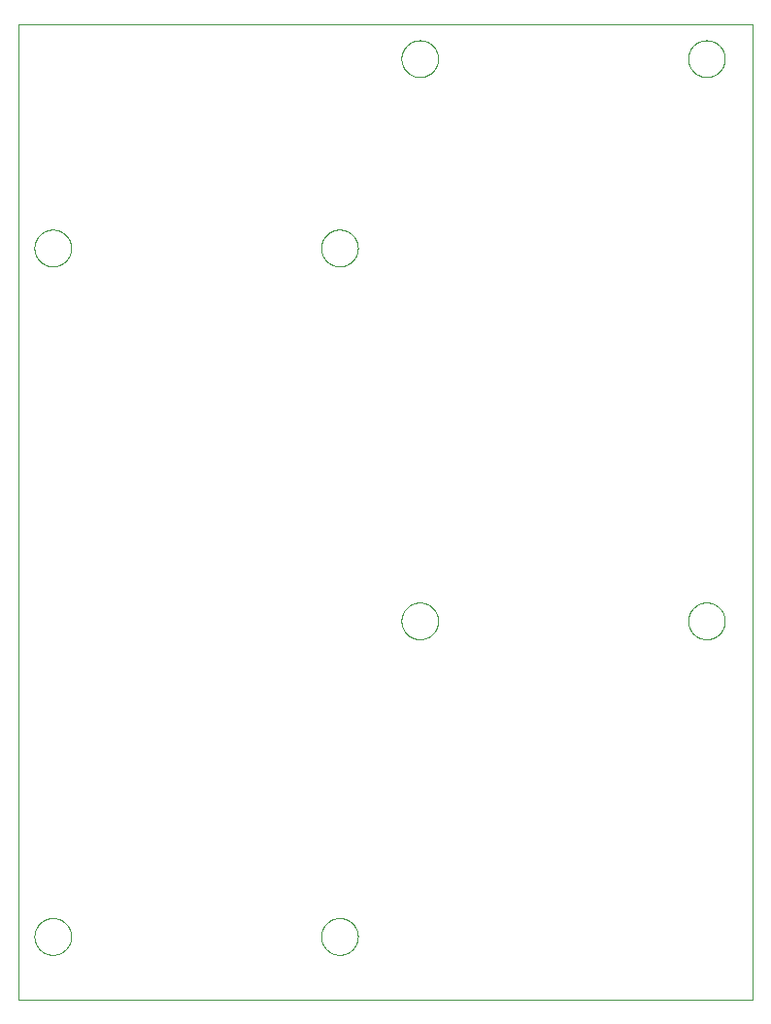
<source format=gbo>
G75*
%MOIN*%
%OFA0B0*%
%FSLAX25Y25*%
%IPPOS*%
%LPD*%
%AMOC8*
5,1,8,0,0,1.08239X$1,22.5*
%
%ADD10C,0.00000*%
D10*
X0001000Y0001000D02*
X0001000Y0335646D01*
X0252969Y0335646D01*
X0252969Y0001000D01*
X0001000Y0001000D01*
X0006512Y0022654D02*
X0006514Y0022812D01*
X0006520Y0022970D01*
X0006530Y0023128D01*
X0006544Y0023286D01*
X0006562Y0023443D01*
X0006583Y0023600D01*
X0006609Y0023756D01*
X0006639Y0023912D01*
X0006672Y0024067D01*
X0006710Y0024220D01*
X0006751Y0024373D01*
X0006796Y0024525D01*
X0006845Y0024676D01*
X0006898Y0024825D01*
X0006954Y0024973D01*
X0007014Y0025119D01*
X0007078Y0025264D01*
X0007146Y0025407D01*
X0007217Y0025549D01*
X0007291Y0025689D01*
X0007369Y0025826D01*
X0007451Y0025962D01*
X0007535Y0026096D01*
X0007624Y0026227D01*
X0007715Y0026356D01*
X0007810Y0026483D01*
X0007907Y0026608D01*
X0008008Y0026730D01*
X0008112Y0026849D01*
X0008219Y0026966D01*
X0008329Y0027080D01*
X0008442Y0027191D01*
X0008557Y0027300D01*
X0008675Y0027405D01*
X0008796Y0027507D01*
X0008919Y0027607D01*
X0009045Y0027703D01*
X0009173Y0027796D01*
X0009303Y0027886D01*
X0009436Y0027972D01*
X0009571Y0028056D01*
X0009707Y0028135D01*
X0009846Y0028212D01*
X0009987Y0028284D01*
X0010129Y0028354D01*
X0010273Y0028419D01*
X0010419Y0028481D01*
X0010566Y0028539D01*
X0010715Y0028594D01*
X0010865Y0028645D01*
X0011016Y0028692D01*
X0011168Y0028735D01*
X0011321Y0028774D01*
X0011476Y0028810D01*
X0011631Y0028841D01*
X0011787Y0028869D01*
X0011943Y0028893D01*
X0012100Y0028913D01*
X0012258Y0028929D01*
X0012415Y0028941D01*
X0012574Y0028949D01*
X0012732Y0028953D01*
X0012890Y0028953D01*
X0013048Y0028949D01*
X0013207Y0028941D01*
X0013364Y0028929D01*
X0013522Y0028913D01*
X0013679Y0028893D01*
X0013835Y0028869D01*
X0013991Y0028841D01*
X0014146Y0028810D01*
X0014301Y0028774D01*
X0014454Y0028735D01*
X0014606Y0028692D01*
X0014757Y0028645D01*
X0014907Y0028594D01*
X0015056Y0028539D01*
X0015203Y0028481D01*
X0015349Y0028419D01*
X0015493Y0028354D01*
X0015635Y0028284D01*
X0015776Y0028212D01*
X0015915Y0028135D01*
X0016051Y0028056D01*
X0016186Y0027972D01*
X0016319Y0027886D01*
X0016449Y0027796D01*
X0016577Y0027703D01*
X0016703Y0027607D01*
X0016826Y0027507D01*
X0016947Y0027405D01*
X0017065Y0027300D01*
X0017180Y0027191D01*
X0017293Y0027080D01*
X0017403Y0026966D01*
X0017510Y0026849D01*
X0017614Y0026730D01*
X0017715Y0026608D01*
X0017812Y0026483D01*
X0017907Y0026356D01*
X0017998Y0026227D01*
X0018087Y0026096D01*
X0018171Y0025962D01*
X0018253Y0025826D01*
X0018331Y0025689D01*
X0018405Y0025549D01*
X0018476Y0025407D01*
X0018544Y0025264D01*
X0018608Y0025119D01*
X0018668Y0024973D01*
X0018724Y0024825D01*
X0018777Y0024676D01*
X0018826Y0024525D01*
X0018871Y0024373D01*
X0018912Y0024220D01*
X0018950Y0024067D01*
X0018983Y0023912D01*
X0019013Y0023756D01*
X0019039Y0023600D01*
X0019060Y0023443D01*
X0019078Y0023286D01*
X0019092Y0023128D01*
X0019102Y0022970D01*
X0019108Y0022812D01*
X0019110Y0022654D01*
X0019108Y0022496D01*
X0019102Y0022338D01*
X0019092Y0022180D01*
X0019078Y0022022D01*
X0019060Y0021865D01*
X0019039Y0021708D01*
X0019013Y0021552D01*
X0018983Y0021396D01*
X0018950Y0021241D01*
X0018912Y0021088D01*
X0018871Y0020935D01*
X0018826Y0020783D01*
X0018777Y0020632D01*
X0018724Y0020483D01*
X0018668Y0020335D01*
X0018608Y0020189D01*
X0018544Y0020044D01*
X0018476Y0019901D01*
X0018405Y0019759D01*
X0018331Y0019619D01*
X0018253Y0019482D01*
X0018171Y0019346D01*
X0018087Y0019212D01*
X0017998Y0019081D01*
X0017907Y0018952D01*
X0017812Y0018825D01*
X0017715Y0018700D01*
X0017614Y0018578D01*
X0017510Y0018459D01*
X0017403Y0018342D01*
X0017293Y0018228D01*
X0017180Y0018117D01*
X0017065Y0018008D01*
X0016947Y0017903D01*
X0016826Y0017801D01*
X0016703Y0017701D01*
X0016577Y0017605D01*
X0016449Y0017512D01*
X0016319Y0017422D01*
X0016186Y0017336D01*
X0016051Y0017252D01*
X0015915Y0017173D01*
X0015776Y0017096D01*
X0015635Y0017024D01*
X0015493Y0016954D01*
X0015349Y0016889D01*
X0015203Y0016827D01*
X0015056Y0016769D01*
X0014907Y0016714D01*
X0014757Y0016663D01*
X0014606Y0016616D01*
X0014454Y0016573D01*
X0014301Y0016534D01*
X0014146Y0016498D01*
X0013991Y0016467D01*
X0013835Y0016439D01*
X0013679Y0016415D01*
X0013522Y0016395D01*
X0013364Y0016379D01*
X0013207Y0016367D01*
X0013048Y0016359D01*
X0012890Y0016355D01*
X0012732Y0016355D01*
X0012574Y0016359D01*
X0012415Y0016367D01*
X0012258Y0016379D01*
X0012100Y0016395D01*
X0011943Y0016415D01*
X0011787Y0016439D01*
X0011631Y0016467D01*
X0011476Y0016498D01*
X0011321Y0016534D01*
X0011168Y0016573D01*
X0011016Y0016616D01*
X0010865Y0016663D01*
X0010715Y0016714D01*
X0010566Y0016769D01*
X0010419Y0016827D01*
X0010273Y0016889D01*
X0010129Y0016954D01*
X0009987Y0017024D01*
X0009846Y0017096D01*
X0009707Y0017173D01*
X0009571Y0017252D01*
X0009436Y0017336D01*
X0009303Y0017422D01*
X0009173Y0017512D01*
X0009045Y0017605D01*
X0008919Y0017701D01*
X0008796Y0017801D01*
X0008675Y0017903D01*
X0008557Y0018008D01*
X0008442Y0018117D01*
X0008329Y0018228D01*
X0008219Y0018342D01*
X0008112Y0018459D01*
X0008008Y0018578D01*
X0007907Y0018700D01*
X0007810Y0018825D01*
X0007715Y0018952D01*
X0007624Y0019081D01*
X0007535Y0019212D01*
X0007451Y0019346D01*
X0007369Y0019482D01*
X0007291Y0019619D01*
X0007217Y0019759D01*
X0007146Y0019901D01*
X0007078Y0020044D01*
X0007014Y0020189D01*
X0006954Y0020335D01*
X0006898Y0020483D01*
X0006845Y0020632D01*
X0006796Y0020783D01*
X0006751Y0020935D01*
X0006710Y0021088D01*
X0006672Y0021241D01*
X0006639Y0021396D01*
X0006609Y0021552D01*
X0006583Y0021708D01*
X0006562Y0021865D01*
X0006544Y0022022D01*
X0006530Y0022180D01*
X0006520Y0022338D01*
X0006514Y0022496D01*
X0006512Y0022654D01*
X0104937Y0022654D02*
X0104939Y0022812D01*
X0104945Y0022970D01*
X0104955Y0023128D01*
X0104969Y0023286D01*
X0104987Y0023443D01*
X0105008Y0023600D01*
X0105034Y0023756D01*
X0105064Y0023912D01*
X0105097Y0024067D01*
X0105135Y0024220D01*
X0105176Y0024373D01*
X0105221Y0024525D01*
X0105270Y0024676D01*
X0105323Y0024825D01*
X0105379Y0024973D01*
X0105439Y0025119D01*
X0105503Y0025264D01*
X0105571Y0025407D01*
X0105642Y0025549D01*
X0105716Y0025689D01*
X0105794Y0025826D01*
X0105876Y0025962D01*
X0105960Y0026096D01*
X0106049Y0026227D01*
X0106140Y0026356D01*
X0106235Y0026483D01*
X0106332Y0026608D01*
X0106433Y0026730D01*
X0106537Y0026849D01*
X0106644Y0026966D01*
X0106754Y0027080D01*
X0106867Y0027191D01*
X0106982Y0027300D01*
X0107100Y0027405D01*
X0107221Y0027507D01*
X0107344Y0027607D01*
X0107470Y0027703D01*
X0107598Y0027796D01*
X0107728Y0027886D01*
X0107861Y0027972D01*
X0107996Y0028056D01*
X0108132Y0028135D01*
X0108271Y0028212D01*
X0108412Y0028284D01*
X0108554Y0028354D01*
X0108698Y0028419D01*
X0108844Y0028481D01*
X0108991Y0028539D01*
X0109140Y0028594D01*
X0109290Y0028645D01*
X0109441Y0028692D01*
X0109593Y0028735D01*
X0109746Y0028774D01*
X0109901Y0028810D01*
X0110056Y0028841D01*
X0110212Y0028869D01*
X0110368Y0028893D01*
X0110525Y0028913D01*
X0110683Y0028929D01*
X0110840Y0028941D01*
X0110999Y0028949D01*
X0111157Y0028953D01*
X0111315Y0028953D01*
X0111473Y0028949D01*
X0111632Y0028941D01*
X0111789Y0028929D01*
X0111947Y0028913D01*
X0112104Y0028893D01*
X0112260Y0028869D01*
X0112416Y0028841D01*
X0112571Y0028810D01*
X0112726Y0028774D01*
X0112879Y0028735D01*
X0113031Y0028692D01*
X0113182Y0028645D01*
X0113332Y0028594D01*
X0113481Y0028539D01*
X0113628Y0028481D01*
X0113774Y0028419D01*
X0113918Y0028354D01*
X0114060Y0028284D01*
X0114201Y0028212D01*
X0114340Y0028135D01*
X0114476Y0028056D01*
X0114611Y0027972D01*
X0114744Y0027886D01*
X0114874Y0027796D01*
X0115002Y0027703D01*
X0115128Y0027607D01*
X0115251Y0027507D01*
X0115372Y0027405D01*
X0115490Y0027300D01*
X0115605Y0027191D01*
X0115718Y0027080D01*
X0115828Y0026966D01*
X0115935Y0026849D01*
X0116039Y0026730D01*
X0116140Y0026608D01*
X0116237Y0026483D01*
X0116332Y0026356D01*
X0116423Y0026227D01*
X0116512Y0026096D01*
X0116596Y0025962D01*
X0116678Y0025826D01*
X0116756Y0025689D01*
X0116830Y0025549D01*
X0116901Y0025407D01*
X0116969Y0025264D01*
X0117033Y0025119D01*
X0117093Y0024973D01*
X0117149Y0024825D01*
X0117202Y0024676D01*
X0117251Y0024525D01*
X0117296Y0024373D01*
X0117337Y0024220D01*
X0117375Y0024067D01*
X0117408Y0023912D01*
X0117438Y0023756D01*
X0117464Y0023600D01*
X0117485Y0023443D01*
X0117503Y0023286D01*
X0117517Y0023128D01*
X0117527Y0022970D01*
X0117533Y0022812D01*
X0117535Y0022654D01*
X0117533Y0022496D01*
X0117527Y0022338D01*
X0117517Y0022180D01*
X0117503Y0022022D01*
X0117485Y0021865D01*
X0117464Y0021708D01*
X0117438Y0021552D01*
X0117408Y0021396D01*
X0117375Y0021241D01*
X0117337Y0021088D01*
X0117296Y0020935D01*
X0117251Y0020783D01*
X0117202Y0020632D01*
X0117149Y0020483D01*
X0117093Y0020335D01*
X0117033Y0020189D01*
X0116969Y0020044D01*
X0116901Y0019901D01*
X0116830Y0019759D01*
X0116756Y0019619D01*
X0116678Y0019482D01*
X0116596Y0019346D01*
X0116512Y0019212D01*
X0116423Y0019081D01*
X0116332Y0018952D01*
X0116237Y0018825D01*
X0116140Y0018700D01*
X0116039Y0018578D01*
X0115935Y0018459D01*
X0115828Y0018342D01*
X0115718Y0018228D01*
X0115605Y0018117D01*
X0115490Y0018008D01*
X0115372Y0017903D01*
X0115251Y0017801D01*
X0115128Y0017701D01*
X0115002Y0017605D01*
X0114874Y0017512D01*
X0114744Y0017422D01*
X0114611Y0017336D01*
X0114476Y0017252D01*
X0114340Y0017173D01*
X0114201Y0017096D01*
X0114060Y0017024D01*
X0113918Y0016954D01*
X0113774Y0016889D01*
X0113628Y0016827D01*
X0113481Y0016769D01*
X0113332Y0016714D01*
X0113182Y0016663D01*
X0113031Y0016616D01*
X0112879Y0016573D01*
X0112726Y0016534D01*
X0112571Y0016498D01*
X0112416Y0016467D01*
X0112260Y0016439D01*
X0112104Y0016415D01*
X0111947Y0016395D01*
X0111789Y0016379D01*
X0111632Y0016367D01*
X0111473Y0016359D01*
X0111315Y0016355D01*
X0111157Y0016355D01*
X0110999Y0016359D01*
X0110840Y0016367D01*
X0110683Y0016379D01*
X0110525Y0016395D01*
X0110368Y0016415D01*
X0110212Y0016439D01*
X0110056Y0016467D01*
X0109901Y0016498D01*
X0109746Y0016534D01*
X0109593Y0016573D01*
X0109441Y0016616D01*
X0109290Y0016663D01*
X0109140Y0016714D01*
X0108991Y0016769D01*
X0108844Y0016827D01*
X0108698Y0016889D01*
X0108554Y0016954D01*
X0108412Y0017024D01*
X0108271Y0017096D01*
X0108132Y0017173D01*
X0107996Y0017252D01*
X0107861Y0017336D01*
X0107728Y0017422D01*
X0107598Y0017512D01*
X0107470Y0017605D01*
X0107344Y0017701D01*
X0107221Y0017801D01*
X0107100Y0017903D01*
X0106982Y0018008D01*
X0106867Y0018117D01*
X0106754Y0018228D01*
X0106644Y0018342D01*
X0106537Y0018459D01*
X0106433Y0018578D01*
X0106332Y0018700D01*
X0106235Y0018825D01*
X0106140Y0018952D01*
X0106049Y0019081D01*
X0105960Y0019212D01*
X0105876Y0019346D01*
X0105794Y0019482D01*
X0105716Y0019619D01*
X0105642Y0019759D01*
X0105571Y0019901D01*
X0105503Y0020044D01*
X0105439Y0020189D01*
X0105379Y0020335D01*
X0105323Y0020483D01*
X0105270Y0020632D01*
X0105221Y0020783D01*
X0105176Y0020935D01*
X0105135Y0021088D01*
X0105097Y0021241D01*
X0105064Y0021396D01*
X0105034Y0021552D01*
X0105008Y0021708D01*
X0104987Y0021865D01*
X0104969Y0022022D01*
X0104955Y0022180D01*
X0104945Y0022338D01*
X0104939Y0022496D01*
X0104937Y0022654D01*
X0132496Y0130921D02*
X0132498Y0131079D01*
X0132504Y0131237D01*
X0132514Y0131395D01*
X0132528Y0131553D01*
X0132546Y0131710D01*
X0132567Y0131867D01*
X0132593Y0132023D01*
X0132623Y0132179D01*
X0132656Y0132334D01*
X0132694Y0132487D01*
X0132735Y0132640D01*
X0132780Y0132792D01*
X0132829Y0132943D01*
X0132882Y0133092D01*
X0132938Y0133240D01*
X0132998Y0133386D01*
X0133062Y0133531D01*
X0133130Y0133674D01*
X0133201Y0133816D01*
X0133275Y0133956D01*
X0133353Y0134093D01*
X0133435Y0134229D01*
X0133519Y0134363D01*
X0133608Y0134494D01*
X0133699Y0134623D01*
X0133794Y0134750D01*
X0133891Y0134875D01*
X0133992Y0134997D01*
X0134096Y0135116D01*
X0134203Y0135233D01*
X0134313Y0135347D01*
X0134426Y0135458D01*
X0134541Y0135567D01*
X0134659Y0135672D01*
X0134780Y0135774D01*
X0134903Y0135874D01*
X0135029Y0135970D01*
X0135157Y0136063D01*
X0135287Y0136153D01*
X0135420Y0136239D01*
X0135555Y0136323D01*
X0135691Y0136402D01*
X0135830Y0136479D01*
X0135971Y0136551D01*
X0136113Y0136621D01*
X0136257Y0136686D01*
X0136403Y0136748D01*
X0136550Y0136806D01*
X0136699Y0136861D01*
X0136849Y0136912D01*
X0137000Y0136959D01*
X0137152Y0137002D01*
X0137305Y0137041D01*
X0137460Y0137077D01*
X0137615Y0137108D01*
X0137771Y0137136D01*
X0137927Y0137160D01*
X0138084Y0137180D01*
X0138242Y0137196D01*
X0138399Y0137208D01*
X0138558Y0137216D01*
X0138716Y0137220D01*
X0138874Y0137220D01*
X0139032Y0137216D01*
X0139191Y0137208D01*
X0139348Y0137196D01*
X0139506Y0137180D01*
X0139663Y0137160D01*
X0139819Y0137136D01*
X0139975Y0137108D01*
X0140130Y0137077D01*
X0140285Y0137041D01*
X0140438Y0137002D01*
X0140590Y0136959D01*
X0140741Y0136912D01*
X0140891Y0136861D01*
X0141040Y0136806D01*
X0141187Y0136748D01*
X0141333Y0136686D01*
X0141477Y0136621D01*
X0141619Y0136551D01*
X0141760Y0136479D01*
X0141899Y0136402D01*
X0142035Y0136323D01*
X0142170Y0136239D01*
X0142303Y0136153D01*
X0142433Y0136063D01*
X0142561Y0135970D01*
X0142687Y0135874D01*
X0142810Y0135774D01*
X0142931Y0135672D01*
X0143049Y0135567D01*
X0143164Y0135458D01*
X0143277Y0135347D01*
X0143387Y0135233D01*
X0143494Y0135116D01*
X0143598Y0134997D01*
X0143699Y0134875D01*
X0143796Y0134750D01*
X0143891Y0134623D01*
X0143982Y0134494D01*
X0144071Y0134363D01*
X0144155Y0134229D01*
X0144237Y0134093D01*
X0144315Y0133956D01*
X0144389Y0133816D01*
X0144460Y0133674D01*
X0144528Y0133531D01*
X0144592Y0133386D01*
X0144652Y0133240D01*
X0144708Y0133092D01*
X0144761Y0132943D01*
X0144810Y0132792D01*
X0144855Y0132640D01*
X0144896Y0132487D01*
X0144934Y0132334D01*
X0144967Y0132179D01*
X0144997Y0132023D01*
X0145023Y0131867D01*
X0145044Y0131710D01*
X0145062Y0131553D01*
X0145076Y0131395D01*
X0145086Y0131237D01*
X0145092Y0131079D01*
X0145094Y0130921D01*
X0145092Y0130763D01*
X0145086Y0130605D01*
X0145076Y0130447D01*
X0145062Y0130289D01*
X0145044Y0130132D01*
X0145023Y0129975D01*
X0144997Y0129819D01*
X0144967Y0129663D01*
X0144934Y0129508D01*
X0144896Y0129355D01*
X0144855Y0129202D01*
X0144810Y0129050D01*
X0144761Y0128899D01*
X0144708Y0128750D01*
X0144652Y0128602D01*
X0144592Y0128456D01*
X0144528Y0128311D01*
X0144460Y0128168D01*
X0144389Y0128026D01*
X0144315Y0127886D01*
X0144237Y0127749D01*
X0144155Y0127613D01*
X0144071Y0127479D01*
X0143982Y0127348D01*
X0143891Y0127219D01*
X0143796Y0127092D01*
X0143699Y0126967D01*
X0143598Y0126845D01*
X0143494Y0126726D01*
X0143387Y0126609D01*
X0143277Y0126495D01*
X0143164Y0126384D01*
X0143049Y0126275D01*
X0142931Y0126170D01*
X0142810Y0126068D01*
X0142687Y0125968D01*
X0142561Y0125872D01*
X0142433Y0125779D01*
X0142303Y0125689D01*
X0142170Y0125603D01*
X0142035Y0125519D01*
X0141899Y0125440D01*
X0141760Y0125363D01*
X0141619Y0125291D01*
X0141477Y0125221D01*
X0141333Y0125156D01*
X0141187Y0125094D01*
X0141040Y0125036D01*
X0140891Y0124981D01*
X0140741Y0124930D01*
X0140590Y0124883D01*
X0140438Y0124840D01*
X0140285Y0124801D01*
X0140130Y0124765D01*
X0139975Y0124734D01*
X0139819Y0124706D01*
X0139663Y0124682D01*
X0139506Y0124662D01*
X0139348Y0124646D01*
X0139191Y0124634D01*
X0139032Y0124626D01*
X0138874Y0124622D01*
X0138716Y0124622D01*
X0138558Y0124626D01*
X0138399Y0124634D01*
X0138242Y0124646D01*
X0138084Y0124662D01*
X0137927Y0124682D01*
X0137771Y0124706D01*
X0137615Y0124734D01*
X0137460Y0124765D01*
X0137305Y0124801D01*
X0137152Y0124840D01*
X0137000Y0124883D01*
X0136849Y0124930D01*
X0136699Y0124981D01*
X0136550Y0125036D01*
X0136403Y0125094D01*
X0136257Y0125156D01*
X0136113Y0125221D01*
X0135971Y0125291D01*
X0135830Y0125363D01*
X0135691Y0125440D01*
X0135555Y0125519D01*
X0135420Y0125603D01*
X0135287Y0125689D01*
X0135157Y0125779D01*
X0135029Y0125872D01*
X0134903Y0125968D01*
X0134780Y0126068D01*
X0134659Y0126170D01*
X0134541Y0126275D01*
X0134426Y0126384D01*
X0134313Y0126495D01*
X0134203Y0126609D01*
X0134096Y0126726D01*
X0133992Y0126845D01*
X0133891Y0126967D01*
X0133794Y0127092D01*
X0133699Y0127219D01*
X0133608Y0127348D01*
X0133519Y0127479D01*
X0133435Y0127613D01*
X0133353Y0127749D01*
X0133275Y0127886D01*
X0133201Y0128026D01*
X0133130Y0128168D01*
X0133062Y0128311D01*
X0132998Y0128456D01*
X0132938Y0128602D01*
X0132882Y0128750D01*
X0132829Y0128899D01*
X0132780Y0129050D01*
X0132735Y0129202D01*
X0132694Y0129355D01*
X0132656Y0129508D01*
X0132623Y0129663D01*
X0132593Y0129819D01*
X0132567Y0129975D01*
X0132546Y0130132D01*
X0132528Y0130289D01*
X0132514Y0130447D01*
X0132504Y0130605D01*
X0132498Y0130763D01*
X0132496Y0130921D01*
X0104937Y0258874D02*
X0104939Y0259032D01*
X0104945Y0259190D01*
X0104955Y0259348D01*
X0104969Y0259506D01*
X0104987Y0259663D01*
X0105008Y0259820D01*
X0105034Y0259976D01*
X0105064Y0260132D01*
X0105097Y0260287D01*
X0105135Y0260440D01*
X0105176Y0260593D01*
X0105221Y0260745D01*
X0105270Y0260896D01*
X0105323Y0261045D01*
X0105379Y0261193D01*
X0105439Y0261339D01*
X0105503Y0261484D01*
X0105571Y0261627D01*
X0105642Y0261769D01*
X0105716Y0261909D01*
X0105794Y0262046D01*
X0105876Y0262182D01*
X0105960Y0262316D01*
X0106049Y0262447D01*
X0106140Y0262576D01*
X0106235Y0262703D01*
X0106332Y0262828D01*
X0106433Y0262950D01*
X0106537Y0263069D01*
X0106644Y0263186D01*
X0106754Y0263300D01*
X0106867Y0263411D01*
X0106982Y0263520D01*
X0107100Y0263625D01*
X0107221Y0263727D01*
X0107344Y0263827D01*
X0107470Y0263923D01*
X0107598Y0264016D01*
X0107728Y0264106D01*
X0107861Y0264192D01*
X0107996Y0264276D01*
X0108132Y0264355D01*
X0108271Y0264432D01*
X0108412Y0264504D01*
X0108554Y0264574D01*
X0108698Y0264639D01*
X0108844Y0264701D01*
X0108991Y0264759D01*
X0109140Y0264814D01*
X0109290Y0264865D01*
X0109441Y0264912D01*
X0109593Y0264955D01*
X0109746Y0264994D01*
X0109901Y0265030D01*
X0110056Y0265061D01*
X0110212Y0265089D01*
X0110368Y0265113D01*
X0110525Y0265133D01*
X0110683Y0265149D01*
X0110840Y0265161D01*
X0110999Y0265169D01*
X0111157Y0265173D01*
X0111315Y0265173D01*
X0111473Y0265169D01*
X0111632Y0265161D01*
X0111789Y0265149D01*
X0111947Y0265133D01*
X0112104Y0265113D01*
X0112260Y0265089D01*
X0112416Y0265061D01*
X0112571Y0265030D01*
X0112726Y0264994D01*
X0112879Y0264955D01*
X0113031Y0264912D01*
X0113182Y0264865D01*
X0113332Y0264814D01*
X0113481Y0264759D01*
X0113628Y0264701D01*
X0113774Y0264639D01*
X0113918Y0264574D01*
X0114060Y0264504D01*
X0114201Y0264432D01*
X0114340Y0264355D01*
X0114476Y0264276D01*
X0114611Y0264192D01*
X0114744Y0264106D01*
X0114874Y0264016D01*
X0115002Y0263923D01*
X0115128Y0263827D01*
X0115251Y0263727D01*
X0115372Y0263625D01*
X0115490Y0263520D01*
X0115605Y0263411D01*
X0115718Y0263300D01*
X0115828Y0263186D01*
X0115935Y0263069D01*
X0116039Y0262950D01*
X0116140Y0262828D01*
X0116237Y0262703D01*
X0116332Y0262576D01*
X0116423Y0262447D01*
X0116512Y0262316D01*
X0116596Y0262182D01*
X0116678Y0262046D01*
X0116756Y0261909D01*
X0116830Y0261769D01*
X0116901Y0261627D01*
X0116969Y0261484D01*
X0117033Y0261339D01*
X0117093Y0261193D01*
X0117149Y0261045D01*
X0117202Y0260896D01*
X0117251Y0260745D01*
X0117296Y0260593D01*
X0117337Y0260440D01*
X0117375Y0260287D01*
X0117408Y0260132D01*
X0117438Y0259976D01*
X0117464Y0259820D01*
X0117485Y0259663D01*
X0117503Y0259506D01*
X0117517Y0259348D01*
X0117527Y0259190D01*
X0117533Y0259032D01*
X0117535Y0258874D01*
X0117533Y0258716D01*
X0117527Y0258558D01*
X0117517Y0258400D01*
X0117503Y0258242D01*
X0117485Y0258085D01*
X0117464Y0257928D01*
X0117438Y0257772D01*
X0117408Y0257616D01*
X0117375Y0257461D01*
X0117337Y0257308D01*
X0117296Y0257155D01*
X0117251Y0257003D01*
X0117202Y0256852D01*
X0117149Y0256703D01*
X0117093Y0256555D01*
X0117033Y0256409D01*
X0116969Y0256264D01*
X0116901Y0256121D01*
X0116830Y0255979D01*
X0116756Y0255839D01*
X0116678Y0255702D01*
X0116596Y0255566D01*
X0116512Y0255432D01*
X0116423Y0255301D01*
X0116332Y0255172D01*
X0116237Y0255045D01*
X0116140Y0254920D01*
X0116039Y0254798D01*
X0115935Y0254679D01*
X0115828Y0254562D01*
X0115718Y0254448D01*
X0115605Y0254337D01*
X0115490Y0254228D01*
X0115372Y0254123D01*
X0115251Y0254021D01*
X0115128Y0253921D01*
X0115002Y0253825D01*
X0114874Y0253732D01*
X0114744Y0253642D01*
X0114611Y0253556D01*
X0114476Y0253472D01*
X0114340Y0253393D01*
X0114201Y0253316D01*
X0114060Y0253244D01*
X0113918Y0253174D01*
X0113774Y0253109D01*
X0113628Y0253047D01*
X0113481Y0252989D01*
X0113332Y0252934D01*
X0113182Y0252883D01*
X0113031Y0252836D01*
X0112879Y0252793D01*
X0112726Y0252754D01*
X0112571Y0252718D01*
X0112416Y0252687D01*
X0112260Y0252659D01*
X0112104Y0252635D01*
X0111947Y0252615D01*
X0111789Y0252599D01*
X0111632Y0252587D01*
X0111473Y0252579D01*
X0111315Y0252575D01*
X0111157Y0252575D01*
X0110999Y0252579D01*
X0110840Y0252587D01*
X0110683Y0252599D01*
X0110525Y0252615D01*
X0110368Y0252635D01*
X0110212Y0252659D01*
X0110056Y0252687D01*
X0109901Y0252718D01*
X0109746Y0252754D01*
X0109593Y0252793D01*
X0109441Y0252836D01*
X0109290Y0252883D01*
X0109140Y0252934D01*
X0108991Y0252989D01*
X0108844Y0253047D01*
X0108698Y0253109D01*
X0108554Y0253174D01*
X0108412Y0253244D01*
X0108271Y0253316D01*
X0108132Y0253393D01*
X0107996Y0253472D01*
X0107861Y0253556D01*
X0107728Y0253642D01*
X0107598Y0253732D01*
X0107470Y0253825D01*
X0107344Y0253921D01*
X0107221Y0254021D01*
X0107100Y0254123D01*
X0106982Y0254228D01*
X0106867Y0254337D01*
X0106754Y0254448D01*
X0106644Y0254562D01*
X0106537Y0254679D01*
X0106433Y0254798D01*
X0106332Y0254920D01*
X0106235Y0255045D01*
X0106140Y0255172D01*
X0106049Y0255301D01*
X0105960Y0255432D01*
X0105876Y0255566D01*
X0105794Y0255702D01*
X0105716Y0255839D01*
X0105642Y0255979D01*
X0105571Y0256121D01*
X0105503Y0256264D01*
X0105439Y0256409D01*
X0105379Y0256555D01*
X0105323Y0256703D01*
X0105270Y0256852D01*
X0105221Y0257003D01*
X0105176Y0257155D01*
X0105135Y0257308D01*
X0105097Y0257461D01*
X0105064Y0257616D01*
X0105034Y0257772D01*
X0105008Y0257928D01*
X0104987Y0258085D01*
X0104969Y0258242D01*
X0104955Y0258400D01*
X0104945Y0258558D01*
X0104939Y0258716D01*
X0104937Y0258874D01*
X0132496Y0323835D02*
X0132498Y0323993D01*
X0132504Y0324151D01*
X0132514Y0324309D01*
X0132528Y0324467D01*
X0132546Y0324624D01*
X0132567Y0324781D01*
X0132593Y0324937D01*
X0132623Y0325093D01*
X0132656Y0325248D01*
X0132694Y0325401D01*
X0132735Y0325554D01*
X0132780Y0325706D01*
X0132829Y0325857D01*
X0132882Y0326006D01*
X0132938Y0326154D01*
X0132998Y0326300D01*
X0133062Y0326445D01*
X0133130Y0326588D01*
X0133201Y0326730D01*
X0133275Y0326870D01*
X0133353Y0327007D01*
X0133435Y0327143D01*
X0133519Y0327277D01*
X0133608Y0327408D01*
X0133699Y0327537D01*
X0133794Y0327664D01*
X0133891Y0327789D01*
X0133992Y0327911D01*
X0134096Y0328030D01*
X0134203Y0328147D01*
X0134313Y0328261D01*
X0134426Y0328372D01*
X0134541Y0328481D01*
X0134659Y0328586D01*
X0134780Y0328688D01*
X0134903Y0328788D01*
X0135029Y0328884D01*
X0135157Y0328977D01*
X0135287Y0329067D01*
X0135420Y0329153D01*
X0135555Y0329237D01*
X0135691Y0329316D01*
X0135830Y0329393D01*
X0135971Y0329465D01*
X0136113Y0329535D01*
X0136257Y0329600D01*
X0136403Y0329662D01*
X0136550Y0329720D01*
X0136699Y0329775D01*
X0136849Y0329826D01*
X0137000Y0329873D01*
X0137152Y0329916D01*
X0137305Y0329955D01*
X0137460Y0329991D01*
X0137615Y0330022D01*
X0137771Y0330050D01*
X0137927Y0330074D01*
X0138084Y0330094D01*
X0138242Y0330110D01*
X0138399Y0330122D01*
X0138558Y0330130D01*
X0138716Y0330134D01*
X0138874Y0330134D01*
X0139032Y0330130D01*
X0139191Y0330122D01*
X0139348Y0330110D01*
X0139506Y0330094D01*
X0139663Y0330074D01*
X0139819Y0330050D01*
X0139975Y0330022D01*
X0140130Y0329991D01*
X0140285Y0329955D01*
X0140438Y0329916D01*
X0140590Y0329873D01*
X0140741Y0329826D01*
X0140891Y0329775D01*
X0141040Y0329720D01*
X0141187Y0329662D01*
X0141333Y0329600D01*
X0141477Y0329535D01*
X0141619Y0329465D01*
X0141760Y0329393D01*
X0141899Y0329316D01*
X0142035Y0329237D01*
X0142170Y0329153D01*
X0142303Y0329067D01*
X0142433Y0328977D01*
X0142561Y0328884D01*
X0142687Y0328788D01*
X0142810Y0328688D01*
X0142931Y0328586D01*
X0143049Y0328481D01*
X0143164Y0328372D01*
X0143277Y0328261D01*
X0143387Y0328147D01*
X0143494Y0328030D01*
X0143598Y0327911D01*
X0143699Y0327789D01*
X0143796Y0327664D01*
X0143891Y0327537D01*
X0143982Y0327408D01*
X0144071Y0327277D01*
X0144155Y0327143D01*
X0144237Y0327007D01*
X0144315Y0326870D01*
X0144389Y0326730D01*
X0144460Y0326588D01*
X0144528Y0326445D01*
X0144592Y0326300D01*
X0144652Y0326154D01*
X0144708Y0326006D01*
X0144761Y0325857D01*
X0144810Y0325706D01*
X0144855Y0325554D01*
X0144896Y0325401D01*
X0144934Y0325248D01*
X0144967Y0325093D01*
X0144997Y0324937D01*
X0145023Y0324781D01*
X0145044Y0324624D01*
X0145062Y0324467D01*
X0145076Y0324309D01*
X0145086Y0324151D01*
X0145092Y0323993D01*
X0145094Y0323835D01*
X0145092Y0323677D01*
X0145086Y0323519D01*
X0145076Y0323361D01*
X0145062Y0323203D01*
X0145044Y0323046D01*
X0145023Y0322889D01*
X0144997Y0322733D01*
X0144967Y0322577D01*
X0144934Y0322422D01*
X0144896Y0322269D01*
X0144855Y0322116D01*
X0144810Y0321964D01*
X0144761Y0321813D01*
X0144708Y0321664D01*
X0144652Y0321516D01*
X0144592Y0321370D01*
X0144528Y0321225D01*
X0144460Y0321082D01*
X0144389Y0320940D01*
X0144315Y0320800D01*
X0144237Y0320663D01*
X0144155Y0320527D01*
X0144071Y0320393D01*
X0143982Y0320262D01*
X0143891Y0320133D01*
X0143796Y0320006D01*
X0143699Y0319881D01*
X0143598Y0319759D01*
X0143494Y0319640D01*
X0143387Y0319523D01*
X0143277Y0319409D01*
X0143164Y0319298D01*
X0143049Y0319189D01*
X0142931Y0319084D01*
X0142810Y0318982D01*
X0142687Y0318882D01*
X0142561Y0318786D01*
X0142433Y0318693D01*
X0142303Y0318603D01*
X0142170Y0318517D01*
X0142035Y0318433D01*
X0141899Y0318354D01*
X0141760Y0318277D01*
X0141619Y0318205D01*
X0141477Y0318135D01*
X0141333Y0318070D01*
X0141187Y0318008D01*
X0141040Y0317950D01*
X0140891Y0317895D01*
X0140741Y0317844D01*
X0140590Y0317797D01*
X0140438Y0317754D01*
X0140285Y0317715D01*
X0140130Y0317679D01*
X0139975Y0317648D01*
X0139819Y0317620D01*
X0139663Y0317596D01*
X0139506Y0317576D01*
X0139348Y0317560D01*
X0139191Y0317548D01*
X0139032Y0317540D01*
X0138874Y0317536D01*
X0138716Y0317536D01*
X0138558Y0317540D01*
X0138399Y0317548D01*
X0138242Y0317560D01*
X0138084Y0317576D01*
X0137927Y0317596D01*
X0137771Y0317620D01*
X0137615Y0317648D01*
X0137460Y0317679D01*
X0137305Y0317715D01*
X0137152Y0317754D01*
X0137000Y0317797D01*
X0136849Y0317844D01*
X0136699Y0317895D01*
X0136550Y0317950D01*
X0136403Y0318008D01*
X0136257Y0318070D01*
X0136113Y0318135D01*
X0135971Y0318205D01*
X0135830Y0318277D01*
X0135691Y0318354D01*
X0135555Y0318433D01*
X0135420Y0318517D01*
X0135287Y0318603D01*
X0135157Y0318693D01*
X0135029Y0318786D01*
X0134903Y0318882D01*
X0134780Y0318982D01*
X0134659Y0319084D01*
X0134541Y0319189D01*
X0134426Y0319298D01*
X0134313Y0319409D01*
X0134203Y0319523D01*
X0134096Y0319640D01*
X0133992Y0319759D01*
X0133891Y0319881D01*
X0133794Y0320006D01*
X0133699Y0320133D01*
X0133608Y0320262D01*
X0133519Y0320393D01*
X0133435Y0320527D01*
X0133353Y0320663D01*
X0133275Y0320800D01*
X0133201Y0320940D01*
X0133130Y0321082D01*
X0133062Y0321225D01*
X0132998Y0321370D01*
X0132938Y0321516D01*
X0132882Y0321664D01*
X0132829Y0321813D01*
X0132780Y0321964D01*
X0132735Y0322116D01*
X0132694Y0322269D01*
X0132656Y0322422D01*
X0132623Y0322577D01*
X0132593Y0322733D01*
X0132567Y0322889D01*
X0132546Y0323046D01*
X0132528Y0323203D01*
X0132514Y0323361D01*
X0132504Y0323519D01*
X0132498Y0323677D01*
X0132496Y0323835D01*
X0230921Y0323835D02*
X0230923Y0323993D01*
X0230929Y0324151D01*
X0230939Y0324309D01*
X0230953Y0324467D01*
X0230971Y0324624D01*
X0230992Y0324781D01*
X0231018Y0324937D01*
X0231048Y0325093D01*
X0231081Y0325248D01*
X0231119Y0325401D01*
X0231160Y0325554D01*
X0231205Y0325706D01*
X0231254Y0325857D01*
X0231307Y0326006D01*
X0231363Y0326154D01*
X0231423Y0326300D01*
X0231487Y0326445D01*
X0231555Y0326588D01*
X0231626Y0326730D01*
X0231700Y0326870D01*
X0231778Y0327007D01*
X0231860Y0327143D01*
X0231944Y0327277D01*
X0232033Y0327408D01*
X0232124Y0327537D01*
X0232219Y0327664D01*
X0232316Y0327789D01*
X0232417Y0327911D01*
X0232521Y0328030D01*
X0232628Y0328147D01*
X0232738Y0328261D01*
X0232851Y0328372D01*
X0232966Y0328481D01*
X0233084Y0328586D01*
X0233205Y0328688D01*
X0233328Y0328788D01*
X0233454Y0328884D01*
X0233582Y0328977D01*
X0233712Y0329067D01*
X0233845Y0329153D01*
X0233980Y0329237D01*
X0234116Y0329316D01*
X0234255Y0329393D01*
X0234396Y0329465D01*
X0234538Y0329535D01*
X0234682Y0329600D01*
X0234828Y0329662D01*
X0234975Y0329720D01*
X0235124Y0329775D01*
X0235274Y0329826D01*
X0235425Y0329873D01*
X0235577Y0329916D01*
X0235730Y0329955D01*
X0235885Y0329991D01*
X0236040Y0330022D01*
X0236196Y0330050D01*
X0236352Y0330074D01*
X0236509Y0330094D01*
X0236667Y0330110D01*
X0236824Y0330122D01*
X0236983Y0330130D01*
X0237141Y0330134D01*
X0237299Y0330134D01*
X0237457Y0330130D01*
X0237616Y0330122D01*
X0237773Y0330110D01*
X0237931Y0330094D01*
X0238088Y0330074D01*
X0238244Y0330050D01*
X0238400Y0330022D01*
X0238555Y0329991D01*
X0238710Y0329955D01*
X0238863Y0329916D01*
X0239015Y0329873D01*
X0239166Y0329826D01*
X0239316Y0329775D01*
X0239465Y0329720D01*
X0239612Y0329662D01*
X0239758Y0329600D01*
X0239902Y0329535D01*
X0240044Y0329465D01*
X0240185Y0329393D01*
X0240324Y0329316D01*
X0240460Y0329237D01*
X0240595Y0329153D01*
X0240728Y0329067D01*
X0240858Y0328977D01*
X0240986Y0328884D01*
X0241112Y0328788D01*
X0241235Y0328688D01*
X0241356Y0328586D01*
X0241474Y0328481D01*
X0241589Y0328372D01*
X0241702Y0328261D01*
X0241812Y0328147D01*
X0241919Y0328030D01*
X0242023Y0327911D01*
X0242124Y0327789D01*
X0242221Y0327664D01*
X0242316Y0327537D01*
X0242407Y0327408D01*
X0242496Y0327277D01*
X0242580Y0327143D01*
X0242662Y0327007D01*
X0242740Y0326870D01*
X0242814Y0326730D01*
X0242885Y0326588D01*
X0242953Y0326445D01*
X0243017Y0326300D01*
X0243077Y0326154D01*
X0243133Y0326006D01*
X0243186Y0325857D01*
X0243235Y0325706D01*
X0243280Y0325554D01*
X0243321Y0325401D01*
X0243359Y0325248D01*
X0243392Y0325093D01*
X0243422Y0324937D01*
X0243448Y0324781D01*
X0243469Y0324624D01*
X0243487Y0324467D01*
X0243501Y0324309D01*
X0243511Y0324151D01*
X0243517Y0323993D01*
X0243519Y0323835D01*
X0243517Y0323677D01*
X0243511Y0323519D01*
X0243501Y0323361D01*
X0243487Y0323203D01*
X0243469Y0323046D01*
X0243448Y0322889D01*
X0243422Y0322733D01*
X0243392Y0322577D01*
X0243359Y0322422D01*
X0243321Y0322269D01*
X0243280Y0322116D01*
X0243235Y0321964D01*
X0243186Y0321813D01*
X0243133Y0321664D01*
X0243077Y0321516D01*
X0243017Y0321370D01*
X0242953Y0321225D01*
X0242885Y0321082D01*
X0242814Y0320940D01*
X0242740Y0320800D01*
X0242662Y0320663D01*
X0242580Y0320527D01*
X0242496Y0320393D01*
X0242407Y0320262D01*
X0242316Y0320133D01*
X0242221Y0320006D01*
X0242124Y0319881D01*
X0242023Y0319759D01*
X0241919Y0319640D01*
X0241812Y0319523D01*
X0241702Y0319409D01*
X0241589Y0319298D01*
X0241474Y0319189D01*
X0241356Y0319084D01*
X0241235Y0318982D01*
X0241112Y0318882D01*
X0240986Y0318786D01*
X0240858Y0318693D01*
X0240728Y0318603D01*
X0240595Y0318517D01*
X0240460Y0318433D01*
X0240324Y0318354D01*
X0240185Y0318277D01*
X0240044Y0318205D01*
X0239902Y0318135D01*
X0239758Y0318070D01*
X0239612Y0318008D01*
X0239465Y0317950D01*
X0239316Y0317895D01*
X0239166Y0317844D01*
X0239015Y0317797D01*
X0238863Y0317754D01*
X0238710Y0317715D01*
X0238555Y0317679D01*
X0238400Y0317648D01*
X0238244Y0317620D01*
X0238088Y0317596D01*
X0237931Y0317576D01*
X0237773Y0317560D01*
X0237616Y0317548D01*
X0237457Y0317540D01*
X0237299Y0317536D01*
X0237141Y0317536D01*
X0236983Y0317540D01*
X0236824Y0317548D01*
X0236667Y0317560D01*
X0236509Y0317576D01*
X0236352Y0317596D01*
X0236196Y0317620D01*
X0236040Y0317648D01*
X0235885Y0317679D01*
X0235730Y0317715D01*
X0235577Y0317754D01*
X0235425Y0317797D01*
X0235274Y0317844D01*
X0235124Y0317895D01*
X0234975Y0317950D01*
X0234828Y0318008D01*
X0234682Y0318070D01*
X0234538Y0318135D01*
X0234396Y0318205D01*
X0234255Y0318277D01*
X0234116Y0318354D01*
X0233980Y0318433D01*
X0233845Y0318517D01*
X0233712Y0318603D01*
X0233582Y0318693D01*
X0233454Y0318786D01*
X0233328Y0318882D01*
X0233205Y0318982D01*
X0233084Y0319084D01*
X0232966Y0319189D01*
X0232851Y0319298D01*
X0232738Y0319409D01*
X0232628Y0319523D01*
X0232521Y0319640D01*
X0232417Y0319759D01*
X0232316Y0319881D01*
X0232219Y0320006D01*
X0232124Y0320133D01*
X0232033Y0320262D01*
X0231944Y0320393D01*
X0231860Y0320527D01*
X0231778Y0320663D01*
X0231700Y0320800D01*
X0231626Y0320940D01*
X0231555Y0321082D01*
X0231487Y0321225D01*
X0231423Y0321370D01*
X0231363Y0321516D01*
X0231307Y0321664D01*
X0231254Y0321813D01*
X0231205Y0321964D01*
X0231160Y0322116D01*
X0231119Y0322269D01*
X0231081Y0322422D01*
X0231048Y0322577D01*
X0231018Y0322733D01*
X0230992Y0322889D01*
X0230971Y0323046D01*
X0230953Y0323203D01*
X0230939Y0323361D01*
X0230929Y0323519D01*
X0230923Y0323677D01*
X0230921Y0323835D01*
X0230921Y0130921D02*
X0230923Y0131079D01*
X0230929Y0131237D01*
X0230939Y0131395D01*
X0230953Y0131553D01*
X0230971Y0131710D01*
X0230992Y0131867D01*
X0231018Y0132023D01*
X0231048Y0132179D01*
X0231081Y0132334D01*
X0231119Y0132487D01*
X0231160Y0132640D01*
X0231205Y0132792D01*
X0231254Y0132943D01*
X0231307Y0133092D01*
X0231363Y0133240D01*
X0231423Y0133386D01*
X0231487Y0133531D01*
X0231555Y0133674D01*
X0231626Y0133816D01*
X0231700Y0133956D01*
X0231778Y0134093D01*
X0231860Y0134229D01*
X0231944Y0134363D01*
X0232033Y0134494D01*
X0232124Y0134623D01*
X0232219Y0134750D01*
X0232316Y0134875D01*
X0232417Y0134997D01*
X0232521Y0135116D01*
X0232628Y0135233D01*
X0232738Y0135347D01*
X0232851Y0135458D01*
X0232966Y0135567D01*
X0233084Y0135672D01*
X0233205Y0135774D01*
X0233328Y0135874D01*
X0233454Y0135970D01*
X0233582Y0136063D01*
X0233712Y0136153D01*
X0233845Y0136239D01*
X0233980Y0136323D01*
X0234116Y0136402D01*
X0234255Y0136479D01*
X0234396Y0136551D01*
X0234538Y0136621D01*
X0234682Y0136686D01*
X0234828Y0136748D01*
X0234975Y0136806D01*
X0235124Y0136861D01*
X0235274Y0136912D01*
X0235425Y0136959D01*
X0235577Y0137002D01*
X0235730Y0137041D01*
X0235885Y0137077D01*
X0236040Y0137108D01*
X0236196Y0137136D01*
X0236352Y0137160D01*
X0236509Y0137180D01*
X0236667Y0137196D01*
X0236824Y0137208D01*
X0236983Y0137216D01*
X0237141Y0137220D01*
X0237299Y0137220D01*
X0237457Y0137216D01*
X0237616Y0137208D01*
X0237773Y0137196D01*
X0237931Y0137180D01*
X0238088Y0137160D01*
X0238244Y0137136D01*
X0238400Y0137108D01*
X0238555Y0137077D01*
X0238710Y0137041D01*
X0238863Y0137002D01*
X0239015Y0136959D01*
X0239166Y0136912D01*
X0239316Y0136861D01*
X0239465Y0136806D01*
X0239612Y0136748D01*
X0239758Y0136686D01*
X0239902Y0136621D01*
X0240044Y0136551D01*
X0240185Y0136479D01*
X0240324Y0136402D01*
X0240460Y0136323D01*
X0240595Y0136239D01*
X0240728Y0136153D01*
X0240858Y0136063D01*
X0240986Y0135970D01*
X0241112Y0135874D01*
X0241235Y0135774D01*
X0241356Y0135672D01*
X0241474Y0135567D01*
X0241589Y0135458D01*
X0241702Y0135347D01*
X0241812Y0135233D01*
X0241919Y0135116D01*
X0242023Y0134997D01*
X0242124Y0134875D01*
X0242221Y0134750D01*
X0242316Y0134623D01*
X0242407Y0134494D01*
X0242496Y0134363D01*
X0242580Y0134229D01*
X0242662Y0134093D01*
X0242740Y0133956D01*
X0242814Y0133816D01*
X0242885Y0133674D01*
X0242953Y0133531D01*
X0243017Y0133386D01*
X0243077Y0133240D01*
X0243133Y0133092D01*
X0243186Y0132943D01*
X0243235Y0132792D01*
X0243280Y0132640D01*
X0243321Y0132487D01*
X0243359Y0132334D01*
X0243392Y0132179D01*
X0243422Y0132023D01*
X0243448Y0131867D01*
X0243469Y0131710D01*
X0243487Y0131553D01*
X0243501Y0131395D01*
X0243511Y0131237D01*
X0243517Y0131079D01*
X0243519Y0130921D01*
X0243517Y0130763D01*
X0243511Y0130605D01*
X0243501Y0130447D01*
X0243487Y0130289D01*
X0243469Y0130132D01*
X0243448Y0129975D01*
X0243422Y0129819D01*
X0243392Y0129663D01*
X0243359Y0129508D01*
X0243321Y0129355D01*
X0243280Y0129202D01*
X0243235Y0129050D01*
X0243186Y0128899D01*
X0243133Y0128750D01*
X0243077Y0128602D01*
X0243017Y0128456D01*
X0242953Y0128311D01*
X0242885Y0128168D01*
X0242814Y0128026D01*
X0242740Y0127886D01*
X0242662Y0127749D01*
X0242580Y0127613D01*
X0242496Y0127479D01*
X0242407Y0127348D01*
X0242316Y0127219D01*
X0242221Y0127092D01*
X0242124Y0126967D01*
X0242023Y0126845D01*
X0241919Y0126726D01*
X0241812Y0126609D01*
X0241702Y0126495D01*
X0241589Y0126384D01*
X0241474Y0126275D01*
X0241356Y0126170D01*
X0241235Y0126068D01*
X0241112Y0125968D01*
X0240986Y0125872D01*
X0240858Y0125779D01*
X0240728Y0125689D01*
X0240595Y0125603D01*
X0240460Y0125519D01*
X0240324Y0125440D01*
X0240185Y0125363D01*
X0240044Y0125291D01*
X0239902Y0125221D01*
X0239758Y0125156D01*
X0239612Y0125094D01*
X0239465Y0125036D01*
X0239316Y0124981D01*
X0239166Y0124930D01*
X0239015Y0124883D01*
X0238863Y0124840D01*
X0238710Y0124801D01*
X0238555Y0124765D01*
X0238400Y0124734D01*
X0238244Y0124706D01*
X0238088Y0124682D01*
X0237931Y0124662D01*
X0237773Y0124646D01*
X0237616Y0124634D01*
X0237457Y0124626D01*
X0237299Y0124622D01*
X0237141Y0124622D01*
X0236983Y0124626D01*
X0236824Y0124634D01*
X0236667Y0124646D01*
X0236509Y0124662D01*
X0236352Y0124682D01*
X0236196Y0124706D01*
X0236040Y0124734D01*
X0235885Y0124765D01*
X0235730Y0124801D01*
X0235577Y0124840D01*
X0235425Y0124883D01*
X0235274Y0124930D01*
X0235124Y0124981D01*
X0234975Y0125036D01*
X0234828Y0125094D01*
X0234682Y0125156D01*
X0234538Y0125221D01*
X0234396Y0125291D01*
X0234255Y0125363D01*
X0234116Y0125440D01*
X0233980Y0125519D01*
X0233845Y0125603D01*
X0233712Y0125689D01*
X0233582Y0125779D01*
X0233454Y0125872D01*
X0233328Y0125968D01*
X0233205Y0126068D01*
X0233084Y0126170D01*
X0232966Y0126275D01*
X0232851Y0126384D01*
X0232738Y0126495D01*
X0232628Y0126609D01*
X0232521Y0126726D01*
X0232417Y0126845D01*
X0232316Y0126967D01*
X0232219Y0127092D01*
X0232124Y0127219D01*
X0232033Y0127348D01*
X0231944Y0127479D01*
X0231860Y0127613D01*
X0231778Y0127749D01*
X0231700Y0127886D01*
X0231626Y0128026D01*
X0231555Y0128168D01*
X0231487Y0128311D01*
X0231423Y0128456D01*
X0231363Y0128602D01*
X0231307Y0128750D01*
X0231254Y0128899D01*
X0231205Y0129050D01*
X0231160Y0129202D01*
X0231119Y0129355D01*
X0231081Y0129508D01*
X0231048Y0129663D01*
X0231018Y0129819D01*
X0230992Y0129975D01*
X0230971Y0130132D01*
X0230953Y0130289D01*
X0230939Y0130447D01*
X0230929Y0130605D01*
X0230923Y0130763D01*
X0230921Y0130921D01*
X0006512Y0258874D02*
X0006514Y0259032D01*
X0006520Y0259190D01*
X0006530Y0259348D01*
X0006544Y0259506D01*
X0006562Y0259663D01*
X0006583Y0259820D01*
X0006609Y0259976D01*
X0006639Y0260132D01*
X0006672Y0260287D01*
X0006710Y0260440D01*
X0006751Y0260593D01*
X0006796Y0260745D01*
X0006845Y0260896D01*
X0006898Y0261045D01*
X0006954Y0261193D01*
X0007014Y0261339D01*
X0007078Y0261484D01*
X0007146Y0261627D01*
X0007217Y0261769D01*
X0007291Y0261909D01*
X0007369Y0262046D01*
X0007451Y0262182D01*
X0007535Y0262316D01*
X0007624Y0262447D01*
X0007715Y0262576D01*
X0007810Y0262703D01*
X0007907Y0262828D01*
X0008008Y0262950D01*
X0008112Y0263069D01*
X0008219Y0263186D01*
X0008329Y0263300D01*
X0008442Y0263411D01*
X0008557Y0263520D01*
X0008675Y0263625D01*
X0008796Y0263727D01*
X0008919Y0263827D01*
X0009045Y0263923D01*
X0009173Y0264016D01*
X0009303Y0264106D01*
X0009436Y0264192D01*
X0009571Y0264276D01*
X0009707Y0264355D01*
X0009846Y0264432D01*
X0009987Y0264504D01*
X0010129Y0264574D01*
X0010273Y0264639D01*
X0010419Y0264701D01*
X0010566Y0264759D01*
X0010715Y0264814D01*
X0010865Y0264865D01*
X0011016Y0264912D01*
X0011168Y0264955D01*
X0011321Y0264994D01*
X0011476Y0265030D01*
X0011631Y0265061D01*
X0011787Y0265089D01*
X0011943Y0265113D01*
X0012100Y0265133D01*
X0012258Y0265149D01*
X0012415Y0265161D01*
X0012574Y0265169D01*
X0012732Y0265173D01*
X0012890Y0265173D01*
X0013048Y0265169D01*
X0013207Y0265161D01*
X0013364Y0265149D01*
X0013522Y0265133D01*
X0013679Y0265113D01*
X0013835Y0265089D01*
X0013991Y0265061D01*
X0014146Y0265030D01*
X0014301Y0264994D01*
X0014454Y0264955D01*
X0014606Y0264912D01*
X0014757Y0264865D01*
X0014907Y0264814D01*
X0015056Y0264759D01*
X0015203Y0264701D01*
X0015349Y0264639D01*
X0015493Y0264574D01*
X0015635Y0264504D01*
X0015776Y0264432D01*
X0015915Y0264355D01*
X0016051Y0264276D01*
X0016186Y0264192D01*
X0016319Y0264106D01*
X0016449Y0264016D01*
X0016577Y0263923D01*
X0016703Y0263827D01*
X0016826Y0263727D01*
X0016947Y0263625D01*
X0017065Y0263520D01*
X0017180Y0263411D01*
X0017293Y0263300D01*
X0017403Y0263186D01*
X0017510Y0263069D01*
X0017614Y0262950D01*
X0017715Y0262828D01*
X0017812Y0262703D01*
X0017907Y0262576D01*
X0017998Y0262447D01*
X0018087Y0262316D01*
X0018171Y0262182D01*
X0018253Y0262046D01*
X0018331Y0261909D01*
X0018405Y0261769D01*
X0018476Y0261627D01*
X0018544Y0261484D01*
X0018608Y0261339D01*
X0018668Y0261193D01*
X0018724Y0261045D01*
X0018777Y0260896D01*
X0018826Y0260745D01*
X0018871Y0260593D01*
X0018912Y0260440D01*
X0018950Y0260287D01*
X0018983Y0260132D01*
X0019013Y0259976D01*
X0019039Y0259820D01*
X0019060Y0259663D01*
X0019078Y0259506D01*
X0019092Y0259348D01*
X0019102Y0259190D01*
X0019108Y0259032D01*
X0019110Y0258874D01*
X0019108Y0258716D01*
X0019102Y0258558D01*
X0019092Y0258400D01*
X0019078Y0258242D01*
X0019060Y0258085D01*
X0019039Y0257928D01*
X0019013Y0257772D01*
X0018983Y0257616D01*
X0018950Y0257461D01*
X0018912Y0257308D01*
X0018871Y0257155D01*
X0018826Y0257003D01*
X0018777Y0256852D01*
X0018724Y0256703D01*
X0018668Y0256555D01*
X0018608Y0256409D01*
X0018544Y0256264D01*
X0018476Y0256121D01*
X0018405Y0255979D01*
X0018331Y0255839D01*
X0018253Y0255702D01*
X0018171Y0255566D01*
X0018087Y0255432D01*
X0017998Y0255301D01*
X0017907Y0255172D01*
X0017812Y0255045D01*
X0017715Y0254920D01*
X0017614Y0254798D01*
X0017510Y0254679D01*
X0017403Y0254562D01*
X0017293Y0254448D01*
X0017180Y0254337D01*
X0017065Y0254228D01*
X0016947Y0254123D01*
X0016826Y0254021D01*
X0016703Y0253921D01*
X0016577Y0253825D01*
X0016449Y0253732D01*
X0016319Y0253642D01*
X0016186Y0253556D01*
X0016051Y0253472D01*
X0015915Y0253393D01*
X0015776Y0253316D01*
X0015635Y0253244D01*
X0015493Y0253174D01*
X0015349Y0253109D01*
X0015203Y0253047D01*
X0015056Y0252989D01*
X0014907Y0252934D01*
X0014757Y0252883D01*
X0014606Y0252836D01*
X0014454Y0252793D01*
X0014301Y0252754D01*
X0014146Y0252718D01*
X0013991Y0252687D01*
X0013835Y0252659D01*
X0013679Y0252635D01*
X0013522Y0252615D01*
X0013364Y0252599D01*
X0013207Y0252587D01*
X0013048Y0252579D01*
X0012890Y0252575D01*
X0012732Y0252575D01*
X0012574Y0252579D01*
X0012415Y0252587D01*
X0012258Y0252599D01*
X0012100Y0252615D01*
X0011943Y0252635D01*
X0011787Y0252659D01*
X0011631Y0252687D01*
X0011476Y0252718D01*
X0011321Y0252754D01*
X0011168Y0252793D01*
X0011016Y0252836D01*
X0010865Y0252883D01*
X0010715Y0252934D01*
X0010566Y0252989D01*
X0010419Y0253047D01*
X0010273Y0253109D01*
X0010129Y0253174D01*
X0009987Y0253244D01*
X0009846Y0253316D01*
X0009707Y0253393D01*
X0009571Y0253472D01*
X0009436Y0253556D01*
X0009303Y0253642D01*
X0009173Y0253732D01*
X0009045Y0253825D01*
X0008919Y0253921D01*
X0008796Y0254021D01*
X0008675Y0254123D01*
X0008557Y0254228D01*
X0008442Y0254337D01*
X0008329Y0254448D01*
X0008219Y0254562D01*
X0008112Y0254679D01*
X0008008Y0254798D01*
X0007907Y0254920D01*
X0007810Y0255045D01*
X0007715Y0255172D01*
X0007624Y0255301D01*
X0007535Y0255432D01*
X0007451Y0255566D01*
X0007369Y0255702D01*
X0007291Y0255839D01*
X0007217Y0255979D01*
X0007146Y0256121D01*
X0007078Y0256264D01*
X0007014Y0256409D01*
X0006954Y0256555D01*
X0006898Y0256703D01*
X0006845Y0256852D01*
X0006796Y0257003D01*
X0006751Y0257155D01*
X0006710Y0257308D01*
X0006672Y0257461D01*
X0006639Y0257616D01*
X0006609Y0257772D01*
X0006583Y0257928D01*
X0006562Y0258085D01*
X0006544Y0258242D01*
X0006530Y0258400D01*
X0006520Y0258558D01*
X0006514Y0258716D01*
X0006512Y0258874D01*
M02*

</source>
